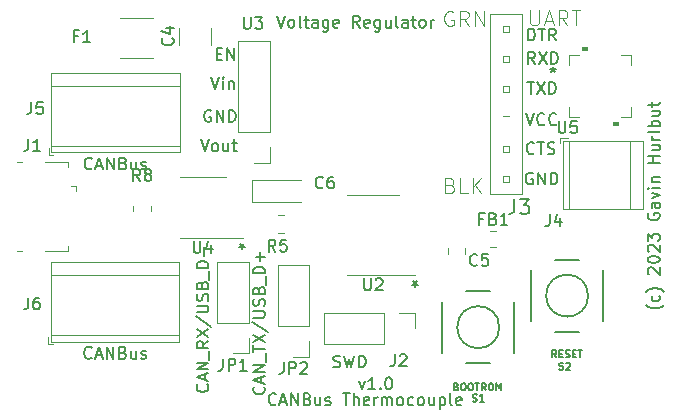
<source format=gbr>
%TF.GenerationSoftware,KiCad,Pcbnew,6.0.11-2627ca5db0~126~ubuntu22.04.1*%
%TF.CreationDate,2023-02-28T18:25:52-05:00*%
%TF.ProjectId,canbus-thermocouple,63616e62-7573-42d7-9468-65726d6f636f,1.0*%
%TF.SameCoordinates,Original*%
%TF.FileFunction,Legend,Top*%
%TF.FilePolarity,Positive*%
%FSLAX46Y46*%
G04 Gerber Fmt 4.6, Leading zero omitted, Abs format (unit mm)*
G04 Created by KiCad (PCBNEW 6.0.11-2627ca5db0~126~ubuntu22.04.1) date 2023-02-28 18:25:52*
%MOMM*%
%LPD*%
G01*
G04 APERTURE LIST*
%ADD10C,0.150000*%
%ADD11C,0.127000*%
%ADD12C,0.101600*%
%ADD13C,0.120000*%
%ADD14C,0.100000*%
%ADD15C,0.203200*%
%ADD16C,0.066040*%
G04 APERTURE END LIST*
D10*
X77052380Y-102757142D02*
X77004761Y-102804761D01*
X76861904Y-102852380D01*
X76766666Y-102852380D01*
X76623809Y-102804761D01*
X76528571Y-102709523D01*
X76480952Y-102614285D01*
X76433333Y-102423809D01*
X76433333Y-102280952D01*
X76480952Y-102090476D01*
X76528571Y-101995238D01*
X76623809Y-101900000D01*
X76766666Y-101852380D01*
X76861904Y-101852380D01*
X77004761Y-101900000D01*
X77052380Y-101947619D01*
X77433333Y-102566666D02*
X77909523Y-102566666D01*
X77338095Y-102852380D02*
X77671428Y-101852380D01*
X78004761Y-102852380D01*
X78338095Y-102852380D02*
X78338095Y-101852380D01*
X78909523Y-102852380D01*
X78909523Y-101852380D01*
X79719047Y-102328571D02*
X79861904Y-102376190D01*
X79909523Y-102423809D01*
X79957142Y-102519047D01*
X79957142Y-102661904D01*
X79909523Y-102757142D01*
X79861904Y-102804761D01*
X79766666Y-102852380D01*
X79385714Y-102852380D01*
X79385714Y-101852380D01*
X79719047Y-101852380D01*
X79814285Y-101900000D01*
X79861904Y-101947619D01*
X79909523Y-102042857D01*
X79909523Y-102138095D01*
X79861904Y-102233333D01*
X79814285Y-102280952D01*
X79719047Y-102328571D01*
X79385714Y-102328571D01*
X80814285Y-102185714D02*
X80814285Y-102852380D01*
X80385714Y-102185714D02*
X80385714Y-102709523D01*
X80433333Y-102804761D01*
X80528571Y-102852380D01*
X80671428Y-102852380D01*
X80766666Y-102804761D01*
X80814285Y-102757142D01*
X81242857Y-102804761D02*
X81338095Y-102852380D01*
X81528571Y-102852380D01*
X81623809Y-102804761D01*
X81671428Y-102709523D01*
X81671428Y-102661904D01*
X81623809Y-102566666D01*
X81528571Y-102519047D01*
X81385714Y-102519047D01*
X81290476Y-102471428D01*
X81242857Y-102376190D01*
X81242857Y-102328571D01*
X81290476Y-102233333D01*
X81385714Y-102185714D01*
X81528571Y-102185714D01*
X81623809Y-102233333D01*
X82719047Y-101852380D02*
X83290476Y-101852380D01*
X83004761Y-102852380D02*
X83004761Y-101852380D01*
X83623809Y-102852380D02*
X83623809Y-101852380D01*
X84052380Y-102852380D02*
X84052380Y-102328571D01*
X84004761Y-102233333D01*
X83909523Y-102185714D01*
X83766666Y-102185714D01*
X83671428Y-102233333D01*
X83623809Y-102280952D01*
X84909523Y-102804761D02*
X84814285Y-102852380D01*
X84623809Y-102852380D01*
X84528571Y-102804761D01*
X84480952Y-102709523D01*
X84480952Y-102328571D01*
X84528571Y-102233333D01*
X84623809Y-102185714D01*
X84814285Y-102185714D01*
X84909523Y-102233333D01*
X84957142Y-102328571D01*
X84957142Y-102423809D01*
X84480952Y-102519047D01*
X85385714Y-102852380D02*
X85385714Y-102185714D01*
X85385714Y-102376190D02*
X85433333Y-102280952D01*
X85480952Y-102233333D01*
X85576190Y-102185714D01*
X85671428Y-102185714D01*
X86004761Y-102852380D02*
X86004761Y-102185714D01*
X86004761Y-102280952D02*
X86052380Y-102233333D01*
X86147619Y-102185714D01*
X86290476Y-102185714D01*
X86385714Y-102233333D01*
X86433333Y-102328571D01*
X86433333Y-102852380D01*
X86433333Y-102328571D02*
X86480952Y-102233333D01*
X86576190Y-102185714D01*
X86719047Y-102185714D01*
X86814285Y-102233333D01*
X86861904Y-102328571D01*
X86861904Y-102852380D01*
X87480952Y-102852380D02*
X87385714Y-102804761D01*
X87338095Y-102757142D01*
X87290476Y-102661904D01*
X87290476Y-102376190D01*
X87338095Y-102280952D01*
X87385714Y-102233333D01*
X87480952Y-102185714D01*
X87623809Y-102185714D01*
X87719047Y-102233333D01*
X87766666Y-102280952D01*
X87814285Y-102376190D01*
X87814285Y-102661904D01*
X87766666Y-102757142D01*
X87719047Y-102804761D01*
X87623809Y-102852380D01*
X87480952Y-102852380D01*
X88671428Y-102804761D02*
X88576190Y-102852380D01*
X88385714Y-102852380D01*
X88290476Y-102804761D01*
X88242857Y-102757142D01*
X88195238Y-102661904D01*
X88195238Y-102376190D01*
X88242857Y-102280952D01*
X88290476Y-102233333D01*
X88385714Y-102185714D01*
X88576190Y-102185714D01*
X88671428Y-102233333D01*
X89242857Y-102852380D02*
X89147619Y-102804761D01*
X89100000Y-102757142D01*
X89052380Y-102661904D01*
X89052380Y-102376190D01*
X89100000Y-102280952D01*
X89147619Y-102233333D01*
X89242857Y-102185714D01*
X89385714Y-102185714D01*
X89480952Y-102233333D01*
X89528571Y-102280952D01*
X89576190Y-102376190D01*
X89576190Y-102661904D01*
X89528571Y-102757142D01*
X89480952Y-102804761D01*
X89385714Y-102852380D01*
X89242857Y-102852380D01*
X90433333Y-102185714D02*
X90433333Y-102852380D01*
X90004761Y-102185714D02*
X90004761Y-102709523D01*
X90052380Y-102804761D01*
X90147619Y-102852380D01*
X90290476Y-102852380D01*
X90385714Y-102804761D01*
X90433333Y-102757142D01*
X90909523Y-102185714D02*
X90909523Y-103185714D01*
X90909523Y-102233333D02*
X91004761Y-102185714D01*
X91195238Y-102185714D01*
X91290476Y-102233333D01*
X91338095Y-102280952D01*
X91385714Y-102376190D01*
X91385714Y-102661904D01*
X91338095Y-102757142D01*
X91290476Y-102804761D01*
X91195238Y-102852380D01*
X91004761Y-102852380D01*
X90909523Y-102804761D01*
X91957142Y-102852380D02*
X91861904Y-102804761D01*
X91814285Y-102709523D01*
X91814285Y-101852380D01*
X92719047Y-102804761D02*
X92623809Y-102852380D01*
X92433333Y-102852380D01*
X92338095Y-102804761D01*
X92290476Y-102709523D01*
X92290476Y-102328571D01*
X92338095Y-102233333D01*
X92433333Y-102185714D01*
X92623809Y-102185714D01*
X92719047Y-102233333D01*
X92766666Y-102328571D01*
X92766666Y-102423809D01*
X92290476Y-102519047D01*
X84071428Y-100835714D02*
X84309523Y-101502380D01*
X84547619Y-100835714D01*
X85452380Y-101502380D02*
X84880952Y-101502380D01*
X85166666Y-101502380D02*
X85166666Y-100502380D01*
X85071428Y-100645238D01*
X84976190Y-100740476D01*
X84880952Y-100788095D01*
X85880952Y-101407142D02*
X85928571Y-101454761D01*
X85880952Y-101502380D01*
X85833333Y-101454761D01*
X85880952Y-101407142D01*
X85880952Y-101502380D01*
X86547619Y-100502380D02*
X86642857Y-100502380D01*
X86738095Y-100550000D01*
X86785714Y-100597619D01*
X86833333Y-100692857D01*
X86880952Y-100883333D01*
X86880952Y-101121428D01*
X86833333Y-101311904D01*
X86785714Y-101407142D01*
X86738095Y-101454761D01*
X86642857Y-101502380D01*
X86547619Y-101502380D01*
X86452380Y-101454761D01*
X86404761Y-101407142D01*
X86357142Y-101311904D01*
X86309523Y-101121428D01*
X86309523Y-100883333D01*
X86357142Y-100692857D01*
X86404761Y-100597619D01*
X86452380Y-100550000D01*
X86547619Y-100502380D01*
X109908333Y-94380952D02*
X109860714Y-94428571D01*
X109717857Y-94523809D01*
X109622619Y-94571428D01*
X109479761Y-94619047D01*
X109241666Y-94666666D01*
X109051190Y-94666666D01*
X108813095Y-94619047D01*
X108670238Y-94571428D01*
X108575000Y-94523809D01*
X108432142Y-94428571D01*
X108384523Y-94380952D01*
X109479761Y-93571428D02*
X109527380Y-93666666D01*
X109527380Y-93857142D01*
X109479761Y-93952380D01*
X109432142Y-94000000D01*
X109336904Y-94047619D01*
X109051190Y-94047619D01*
X108955952Y-94000000D01*
X108908333Y-93952380D01*
X108860714Y-93857142D01*
X108860714Y-93666666D01*
X108908333Y-93571428D01*
X109908333Y-93238095D02*
X109860714Y-93190476D01*
X109717857Y-93095238D01*
X109622619Y-93047619D01*
X109479761Y-93000000D01*
X109241666Y-92952380D01*
X109051190Y-92952380D01*
X108813095Y-93000000D01*
X108670238Y-93047619D01*
X108575000Y-93095238D01*
X108432142Y-93190476D01*
X108384523Y-93238095D01*
X108622619Y-91761904D02*
X108575000Y-91714285D01*
X108527380Y-91619047D01*
X108527380Y-91380952D01*
X108575000Y-91285714D01*
X108622619Y-91238095D01*
X108717857Y-91190476D01*
X108813095Y-91190476D01*
X108955952Y-91238095D01*
X109527380Y-91809523D01*
X109527380Y-91190476D01*
X108527380Y-90571428D02*
X108527380Y-90476190D01*
X108575000Y-90380952D01*
X108622619Y-90333333D01*
X108717857Y-90285714D01*
X108908333Y-90238095D01*
X109146428Y-90238095D01*
X109336904Y-90285714D01*
X109432142Y-90333333D01*
X109479761Y-90380952D01*
X109527380Y-90476190D01*
X109527380Y-90571428D01*
X109479761Y-90666666D01*
X109432142Y-90714285D01*
X109336904Y-90761904D01*
X109146428Y-90809523D01*
X108908333Y-90809523D01*
X108717857Y-90761904D01*
X108622619Y-90714285D01*
X108575000Y-90666666D01*
X108527380Y-90571428D01*
X108622619Y-89857142D02*
X108575000Y-89809523D01*
X108527380Y-89714285D01*
X108527380Y-89476190D01*
X108575000Y-89380952D01*
X108622619Y-89333333D01*
X108717857Y-89285714D01*
X108813095Y-89285714D01*
X108955952Y-89333333D01*
X109527380Y-89904761D01*
X109527380Y-89285714D01*
X108527380Y-88952380D02*
X108527380Y-88333333D01*
X108908333Y-88666666D01*
X108908333Y-88523809D01*
X108955952Y-88428571D01*
X109003571Y-88380952D01*
X109098809Y-88333333D01*
X109336904Y-88333333D01*
X109432142Y-88380952D01*
X109479761Y-88428571D01*
X109527380Y-88523809D01*
X109527380Y-88809523D01*
X109479761Y-88904761D01*
X109432142Y-88952380D01*
X108575000Y-86619047D02*
X108527380Y-86714285D01*
X108527380Y-86857142D01*
X108575000Y-87000000D01*
X108670238Y-87095238D01*
X108765476Y-87142857D01*
X108955952Y-87190476D01*
X109098809Y-87190476D01*
X109289285Y-87142857D01*
X109384523Y-87095238D01*
X109479761Y-87000000D01*
X109527380Y-86857142D01*
X109527380Y-86761904D01*
X109479761Y-86619047D01*
X109432142Y-86571428D01*
X109098809Y-86571428D01*
X109098809Y-86761904D01*
X109527380Y-85714285D02*
X109003571Y-85714285D01*
X108908333Y-85761904D01*
X108860714Y-85857142D01*
X108860714Y-86047619D01*
X108908333Y-86142857D01*
X109479761Y-85714285D02*
X109527380Y-85809523D01*
X109527380Y-86047619D01*
X109479761Y-86142857D01*
X109384523Y-86190476D01*
X109289285Y-86190476D01*
X109194047Y-86142857D01*
X109146428Y-86047619D01*
X109146428Y-85809523D01*
X109098809Y-85714285D01*
X108860714Y-85333333D02*
X109527380Y-85095238D01*
X108860714Y-84857142D01*
X109527380Y-84476190D02*
X108860714Y-84476190D01*
X108527380Y-84476190D02*
X108575000Y-84523809D01*
X108622619Y-84476190D01*
X108575000Y-84428571D01*
X108527380Y-84476190D01*
X108622619Y-84476190D01*
X108860714Y-84000000D02*
X109527380Y-84000000D01*
X108955952Y-84000000D02*
X108908333Y-83952380D01*
X108860714Y-83857142D01*
X108860714Y-83714285D01*
X108908333Y-83619047D01*
X109003571Y-83571428D01*
X109527380Y-83571428D01*
X109527380Y-82333333D02*
X108527380Y-82333333D01*
X109003571Y-82333333D02*
X109003571Y-81761904D01*
X109527380Y-81761904D02*
X108527380Y-81761904D01*
X108860714Y-80857142D02*
X109527380Y-80857142D01*
X108860714Y-81285714D02*
X109384523Y-81285714D01*
X109479761Y-81238095D01*
X109527380Y-81142857D01*
X109527380Y-81000000D01*
X109479761Y-80904761D01*
X109432142Y-80857142D01*
X109527380Y-80380952D02*
X108860714Y-80380952D01*
X109051190Y-80380952D02*
X108955952Y-80333333D01*
X108908333Y-80285714D01*
X108860714Y-80190476D01*
X108860714Y-80095238D01*
X109527380Y-79619047D02*
X109479761Y-79714285D01*
X109384523Y-79761904D01*
X108527380Y-79761904D01*
X109527380Y-79238095D02*
X108527380Y-79238095D01*
X108908333Y-79238095D02*
X108860714Y-79142857D01*
X108860714Y-78952380D01*
X108908333Y-78857142D01*
X108955952Y-78809523D01*
X109051190Y-78761904D01*
X109336904Y-78761904D01*
X109432142Y-78809523D01*
X109479761Y-78857142D01*
X109527380Y-78952380D01*
X109527380Y-79142857D01*
X109479761Y-79238095D01*
X108860714Y-77904761D02*
X109527380Y-77904761D01*
X108860714Y-78333333D02*
X109384523Y-78333333D01*
X109479761Y-78285714D01*
X109527380Y-78190476D01*
X109527380Y-78047619D01*
X109479761Y-77952380D01*
X109432142Y-77904761D01*
X108860714Y-77571428D02*
X108860714Y-77190476D01*
X108527380Y-77428571D02*
X109384523Y-77428571D01*
X109479761Y-77380952D01*
X109527380Y-77285714D01*
X109527380Y-77190476D01*
%TO.C,U3*%
X74338095Y-69977380D02*
X74338095Y-70786904D01*
X74385714Y-70882142D01*
X74433333Y-70929761D01*
X74528571Y-70977380D01*
X74719047Y-70977380D01*
X74814285Y-70929761D01*
X74861904Y-70882142D01*
X74909523Y-70786904D01*
X74909523Y-69977380D01*
X75290476Y-69977380D02*
X75909523Y-69977380D01*
X75576190Y-70358333D01*
X75719047Y-70358333D01*
X75814285Y-70405952D01*
X75861904Y-70453571D01*
X75909523Y-70548809D01*
X75909523Y-70786904D01*
X75861904Y-70882142D01*
X75814285Y-70929761D01*
X75719047Y-70977380D01*
X75433333Y-70977380D01*
X75338095Y-70929761D01*
X75290476Y-70882142D01*
X77141942Y-69884780D02*
X77475276Y-70884780D01*
X77808609Y-69884780D01*
X78284800Y-70884780D02*
X78189561Y-70837161D01*
X78141942Y-70789542D01*
X78094323Y-70694304D01*
X78094323Y-70408590D01*
X78141942Y-70313352D01*
X78189561Y-70265733D01*
X78284800Y-70218114D01*
X78427657Y-70218114D01*
X78522895Y-70265733D01*
X78570514Y-70313352D01*
X78618133Y-70408590D01*
X78618133Y-70694304D01*
X78570514Y-70789542D01*
X78522895Y-70837161D01*
X78427657Y-70884780D01*
X78284800Y-70884780D01*
X79189561Y-70884780D02*
X79094323Y-70837161D01*
X79046704Y-70741923D01*
X79046704Y-69884780D01*
X79427657Y-70218114D02*
X79808609Y-70218114D01*
X79570514Y-69884780D02*
X79570514Y-70741923D01*
X79618133Y-70837161D01*
X79713371Y-70884780D01*
X79808609Y-70884780D01*
X80570514Y-70884780D02*
X80570514Y-70360971D01*
X80522895Y-70265733D01*
X80427657Y-70218114D01*
X80237180Y-70218114D01*
X80141942Y-70265733D01*
X80570514Y-70837161D02*
X80475276Y-70884780D01*
X80237180Y-70884780D01*
X80141942Y-70837161D01*
X80094323Y-70741923D01*
X80094323Y-70646685D01*
X80141942Y-70551447D01*
X80237180Y-70503828D01*
X80475276Y-70503828D01*
X80570514Y-70456209D01*
X81475276Y-70218114D02*
X81475276Y-71027638D01*
X81427657Y-71122876D01*
X81380038Y-71170495D01*
X81284800Y-71218114D01*
X81141942Y-71218114D01*
X81046704Y-71170495D01*
X81475276Y-70837161D02*
X81380038Y-70884780D01*
X81189561Y-70884780D01*
X81094323Y-70837161D01*
X81046704Y-70789542D01*
X80999085Y-70694304D01*
X80999085Y-70408590D01*
X81046704Y-70313352D01*
X81094323Y-70265733D01*
X81189561Y-70218114D01*
X81380038Y-70218114D01*
X81475276Y-70265733D01*
X82332419Y-70837161D02*
X82237180Y-70884780D01*
X82046704Y-70884780D01*
X81951466Y-70837161D01*
X81903847Y-70741923D01*
X81903847Y-70360971D01*
X81951466Y-70265733D01*
X82046704Y-70218114D01*
X82237180Y-70218114D01*
X82332419Y-70265733D01*
X82380038Y-70360971D01*
X82380038Y-70456209D01*
X81903847Y-70551447D01*
X84141942Y-70884780D02*
X83808609Y-70408590D01*
X83570514Y-70884780D02*
X83570514Y-69884780D01*
X83951466Y-69884780D01*
X84046704Y-69932400D01*
X84094323Y-69980019D01*
X84141942Y-70075257D01*
X84141942Y-70218114D01*
X84094323Y-70313352D01*
X84046704Y-70360971D01*
X83951466Y-70408590D01*
X83570514Y-70408590D01*
X84951466Y-70837161D02*
X84856228Y-70884780D01*
X84665752Y-70884780D01*
X84570514Y-70837161D01*
X84522895Y-70741923D01*
X84522895Y-70360971D01*
X84570514Y-70265733D01*
X84665752Y-70218114D01*
X84856228Y-70218114D01*
X84951466Y-70265733D01*
X84999085Y-70360971D01*
X84999085Y-70456209D01*
X84522895Y-70551447D01*
X85856228Y-70218114D02*
X85856228Y-71027638D01*
X85808609Y-71122876D01*
X85760990Y-71170495D01*
X85665752Y-71218114D01*
X85522895Y-71218114D01*
X85427657Y-71170495D01*
X85856228Y-70837161D02*
X85760990Y-70884780D01*
X85570514Y-70884780D01*
X85475276Y-70837161D01*
X85427657Y-70789542D01*
X85380038Y-70694304D01*
X85380038Y-70408590D01*
X85427657Y-70313352D01*
X85475276Y-70265733D01*
X85570514Y-70218114D01*
X85760990Y-70218114D01*
X85856228Y-70265733D01*
X86760990Y-70218114D02*
X86760990Y-70884780D01*
X86332419Y-70218114D02*
X86332419Y-70741923D01*
X86380038Y-70837161D01*
X86475276Y-70884780D01*
X86618133Y-70884780D01*
X86713371Y-70837161D01*
X86760990Y-70789542D01*
X87380038Y-70884780D02*
X87284800Y-70837161D01*
X87237180Y-70741923D01*
X87237180Y-69884780D01*
X88189561Y-70884780D02*
X88189561Y-70360971D01*
X88141942Y-70265733D01*
X88046704Y-70218114D01*
X87856228Y-70218114D01*
X87760990Y-70265733D01*
X88189561Y-70837161D02*
X88094323Y-70884780D01*
X87856228Y-70884780D01*
X87760990Y-70837161D01*
X87713371Y-70741923D01*
X87713371Y-70646685D01*
X87760990Y-70551447D01*
X87856228Y-70503828D01*
X88094323Y-70503828D01*
X88189561Y-70456209D01*
X88522895Y-70218114D02*
X88903847Y-70218114D01*
X88665752Y-69884780D02*
X88665752Y-70741923D01*
X88713371Y-70837161D01*
X88808609Y-70884780D01*
X88903847Y-70884780D01*
X89380038Y-70884780D02*
X89284800Y-70837161D01*
X89237180Y-70789542D01*
X89189561Y-70694304D01*
X89189561Y-70408590D01*
X89237180Y-70313352D01*
X89284800Y-70265733D01*
X89380038Y-70218114D01*
X89522895Y-70218114D01*
X89618133Y-70265733D01*
X89665752Y-70313352D01*
X89713371Y-70408590D01*
X89713371Y-70694304D01*
X89665752Y-70789542D01*
X89618133Y-70837161D01*
X89522895Y-70884780D01*
X89380038Y-70884780D01*
X90141942Y-70884780D02*
X90141942Y-70218114D01*
X90141942Y-70408590D02*
X90189561Y-70313352D01*
X90237180Y-70265733D01*
X90332419Y-70218114D01*
X90427657Y-70218114D01*
X72023104Y-73078771D02*
X72356438Y-73078771D01*
X72499295Y-73602580D02*
X72023104Y-73602580D01*
X72023104Y-72602580D01*
X72499295Y-72602580D01*
X72927866Y-73602580D02*
X72927866Y-72602580D01*
X73499295Y-73602580D01*
X73499295Y-72602580D01*
X71542095Y-77908000D02*
X71446857Y-77860380D01*
X71304000Y-77860380D01*
X71161142Y-77908000D01*
X71065904Y-78003238D01*
X71018285Y-78098476D01*
X70970666Y-78288952D01*
X70970666Y-78431809D01*
X71018285Y-78622285D01*
X71065904Y-78717523D01*
X71161142Y-78812761D01*
X71304000Y-78860380D01*
X71399238Y-78860380D01*
X71542095Y-78812761D01*
X71589714Y-78765142D01*
X71589714Y-78431809D01*
X71399238Y-78431809D01*
X72018285Y-78860380D02*
X72018285Y-77860380D01*
X72589714Y-78860380D01*
X72589714Y-77860380D01*
X73065904Y-78860380D02*
X73065904Y-77860380D01*
X73304000Y-77860380D01*
X73446857Y-77908000D01*
X73542095Y-78003238D01*
X73589714Y-78098476D01*
X73637333Y-78288952D01*
X73637333Y-78431809D01*
X73589714Y-78622285D01*
X73542095Y-78717523D01*
X73446857Y-78812761D01*
X73304000Y-78860380D01*
X73065904Y-78860380D01*
X70673490Y-80354980D02*
X71006823Y-81354980D01*
X71340157Y-80354980D01*
X71816347Y-81354980D02*
X71721109Y-81307361D01*
X71673490Y-81259742D01*
X71625871Y-81164504D01*
X71625871Y-80878790D01*
X71673490Y-80783552D01*
X71721109Y-80735933D01*
X71816347Y-80688314D01*
X71959204Y-80688314D01*
X72054442Y-80735933D01*
X72102061Y-80783552D01*
X72149680Y-80878790D01*
X72149680Y-81164504D01*
X72102061Y-81259742D01*
X72054442Y-81307361D01*
X71959204Y-81354980D01*
X71816347Y-81354980D01*
X73006823Y-80688314D02*
X73006823Y-81354980D01*
X72578252Y-80688314D02*
X72578252Y-81212123D01*
X72625871Y-81307361D01*
X72721109Y-81354980D01*
X72863966Y-81354980D01*
X72959204Y-81307361D01*
X73006823Y-81259742D01*
X73340157Y-80688314D02*
X73721109Y-80688314D01*
X73483014Y-80354980D02*
X73483014Y-81212123D01*
X73530633Y-81307361D01*
X73625871Y-81354980D01*
X73721109Y-81354980D01*
X71573490Y-75104980D02*
X71906823Y-76104980D01*
X72240157Y-75104980D01*
X72573490Y-76104980D02*
X72573490Y-75438314D01*
X72573490Y-75104980D02*
X72525871Y-75152600D01*
X72573490Y-75200219D01*
X72621109Y-75152600D01*
X72573490Y-75104980D01*
X72573490Y-75200219D01*
X73049680Y-75438314D02*
X73049680Y-76104980D01*
X73049680Y-75533552D02*
X73097300Y-75485933D01*
X73192538Y-75438314D01*
X73335395Y-75438314D01*
X73430633Y-75485933D01*
X73478252Y-75581171D01*
X73478252Y-76104980D01*
%TO.C,J4*%
X100216666Y-86702380D02*
X100216666Y-87416666D01*
X100169047Y-87559523D01*
X100073809Y-87654761D01*
X99930952Y-87702380D01*
X99835714Y-87702380D01*
X101121428Y-87035714D02*
X101121428Y-87702380D01*
X100883333Y-86654761D02*
X100645238Y-87369047D01*
X101264285Y-87369047D01*
%TO.C,U5*%
X100988095Y-78802380D02*
X100988095Y-79611904D01*
X101035714Y-79707142D01*
X101083333Y-79754761D01*
X101178571Y-79802380D01*
X101369047Y-79802380D01*
X101464285Y-79754761D01*
X101511904Y-79707142D01*
X101559523Y-79611904D01*
X101559523Y-78802380D01*
X102511904Y-78802380D02*
X102035714Y-78802380D01*
X101988095Y-79278571D01*
X102035714Y-79230952D01*
X102130952Y-79183333D01*
X102369047Y-79183333D01*
X102464285Y-79230952D01*
X102511904Y-79278571D01*
X102559523Y-79373809D01*
X102559523Y-79611904D01*
X102511904Y-79707142D01*
X102464285Y-79754761D01*
X102369047Y-79802380D01*
X102130952Y-79802380D01*
X102035714Y-79754761D01*
X101988095Y-79707142D01*
X100500000Y-74252380D02*
X100500000Y-74490476D01*
X100261904Y-74395238D02*
X100500000Y-74490476D01*
X100738095Y-74395238D01*
X100357142Y-74680952D02*
X100500000Y-74490476D01*
X100642857Y-74680952D01*
X100500000Y-74252380D02*
X100500000Y-74490476D01*
X100261904Y-74395238D02*
X100500000Y-74490476D01*
X100738095Y-74395238D01*
X100357142Y-74680952D02*
X100500000Y-74490476D01*
X100642857Y-74680952D01*
%TO.C,JP1*%
X72566666Y-98922380D02*
X72566666Y-99636666D01*
X72519047Y-99779523D01*
X72423809Y-99874761D01*
X72280952Y-99922380D01*
X72185714Y-99922380D01*
X73042857Y-99922380D02*
X73042857Y-98922380D01*
X73423809Y-98922380D01*
X73519047Y-98970000D01*
X73566666Y-99017619D01*
X73614285Y-99112857D01*
X73614285Y-99255714D01*
X73566666Y-99350952D01*
X73519047Y-99398571D01*
X73423809Y-99446190D01*
X73042857Y-99446190D01*
X74566666Y-99922380D02*
X73995238Y-99922380D01*
X74280952Y-99922380D02*
X74280952Y-98922380D01*
X74185714Y-99065238D01*
X74090476Y-99160476D01*
X73995238Y-99208095D01*
X71232142Y-101098809D02*
X71279761Y-101146428D01*
X71327380Y-101289285D01*
X71327380Y-101384523D01*
X71279761Y-101527380D01*
X71184523Y-101622619D01*
X71089285Y-101670238D01*
X70898809Y-101717857D01*
X70755952Y-101717857D01*
X70565476Y-101670238D01*
X70470238Y-101622619D01*
X70375000Y-101527380D01*
X70327380Y-101384523D01*
X70327380Y-101289285D01*
X70375000Y-101146428D01*
X70422619Y-101098809D01*
X71041666Y-100717857D02*
X71041666Y-100241666D01*
X71327380Y-100813095D02*
X70327380Y-100479761D01*
X71327380Y-100146428D01*
X71327380Y-99813095D02*
X70327380Y-99813095D01*
X71327380Y-99241666D01*
X70327380Y-99241666D01*
X71422619Y-99003571D02*
X71422619Y-98241666D01*
X71327380Y-97432142D02*
X70851190Y-97765476D01*
X71327380Y-98003571D02*
X70327380Y-98003571D01*
X70327380Y-97622619D01*
X70375000Y-97527380D01*
X70422619Y-97479761D01*
X70517857Y-97432142D01*
X70660714Y-97432142D01*
X70755952Y-97479761D01*
X70803571Y-97527380D01*
X70851190Y-97622619D01*
X70851190Y-98003571D01*
X70327380Y-97098809D02*
X71327380Y-96432142D01*
X70327380Y-96432142D02*
X71327380Y-97098809D01*
X70279761Y-95336904D02*
X71565476Y-96194047D01*
X70327380Y-95003571D02*
X71136904Y-95003571D01*
X71232142Y-94955952D01*
X71279761Y-94908333D01*
X71327380Y-94813095D01*
X71327380Y-94622619D01*
X71279761Y-94527380D01*
X71232142Y-94479761D01*
X71136904Y-94432142D01*
X70327380Y-94432142D01*
X71279761Y-94003571D02*
X71327380Y-93860714D01*
X71327380Y-93622619D01*
X71279761Y-93527380D01*
X71232142Y-93479761D01*
X71136904Y-93432142D01*
X71041666Y-93432142D01*
X70946428Y-93479761D01*
X70898809Y-93527380D01*
X70851190Y-93622619D01*
X70803571Y-93813095D01*
X70755952Y-93908333D01*
X70708333Y-93955952D01*
X70613095Y-94003571D01*
X70517857Y-94003571D01*
X70422619Y-93955952D01*
X70375000Y-93908333D01*
X70327380Y-93813095D01*
X70327380Y-93575000D01*
X70375000Y-93432142D01*
X70803571Y-92670238D02*
X70851190Y-92527380D01*
X70898809Y-92479761D01*
X70994047Y-92432142D01*
X71136904Y-92432142D01*
X71232142Y-92479761D01*
X71279761Y-92527380D01*
X71327380Y-92622619D01*
X71327380Y-93003571D01*
X70327380Y-93003571D01*
X70327380Y-92670238D01*
X70375000Y-92575000D01*
X70422619Y-92527380D01*
X70517857Y-92479761D01*
X70613095Y-92479761D01*
X70708333Y-92527380D01*
X70755952Y-92575000D01*
X70803571Y-92670238D01*
X70803571Y-93003571D01*
X71422619Y-92241666D02*
X71422619Y-91479761D01*
X71327380Y-91241666D02*
X70327380Y-91241666D01*
X70327380Y-91003571D01*
X70375000Y-90860714D01*
X70470238Y-90765476D01*
X70565476Y-90717857D01*
X70755952Y-90670238D01*
X70898809Y-90670238D01*
X71089285Y-90717857D01*
X71184523Y-90765476D01*
X71279761Y-90860714D01*
X71327380Y-91003571D01*
X71327380Y-91241666D01*
X70946428Y-90241666D02*
X70946428Y-89479761D01*
%TO.C,J6*%
X56066666Y-93752380D02*
X56066666Y-94466666D01*
X56019047Y-94609523D01*
X55923809Y-94704761D01*
X55780952Y-94752380D01*
X55685714Y-94752380D01*
X56971428Y-93752380D02*
X56780952Y-93752380D01*
X56685714Y-93800000D01*
X56638095Y-93847619D01*
X56542857Y-93990476D01*
X56495238Y-94180952D01*
X56495238Y-94561904D01*
X56542857Y-94657142D01*
X56590476Y-94704761D01*
X56685714Y-94752380D01*
X56876190Y-94752380D01*
X56971428Y-94704761D01*
X57019047Y-94657142D01*
X57066666Y-94561904D01*
X57066666Y-94323809D01*
X57019047Y-94228571D01*
X56971428Y-94180952D01*
X56876190Y-94133333D01*
X56685714Y-94133333D01*
X56590476Y-94180952D01*
X56542857Y-94228571D01*
X56495238Y-94323809D01*
X61435000Y-98827142D02*
X61387380Y-98874761D01*
X61244523Y-98922380D01*
X61149285Y-98922380D01*
X61006428Y-98874761D01*
X60911190Y-98779523D01*
X60863571Y-98684285D01*
X60815952Y-98493809D01*
X60815952Y-98350952D01*
X60863571Y-98160476D01*
X60911190Y-98065238D01*
X61006428Y-97970000D01*
X61149285Y-97922380D01*
X61244523Y-97922380D01*
X61387380Y-97970000D01*
X61435000Y-98017619D01*
X61815952Y-98636666D02*
X62292142Y-98636666D01*
X61720714Y-98922380D02*
X62054047Y-97922380D01*
X62387380Y-98922380D01*
X62720714Y-98922380D02*
X62720714Y-97922380D01*
X63292142Y-98922380D01*
X63292142Y-97922380D01*
X64101666Y-98398571D02*
X64244523Y-98446190D01*
X64292142Y-98493809D01*
X64339761Y-98589047D01*
X64339761Y-98731904D01*
X64292142Y-98827142D01*
X64244523Y-98874761D01*
X64149285Y-98922380D01*
X63768333Y-98922380D01*
X63768333Y-97922380D01*
X64101666Y-97922380D01*
X64196904Y-97970000D01*
X64244523Y-98017619D01*
X64292142Y-98112857D01*
X64292142Y-98208095D01*
X64244523Y-98303333D01*
X64196904Y-98350952D01*
X64101666Y-98398571D01*
X63768333Y-98398571D01*
X65196904Y-98255714D02*
X65196904Y-98922380D01*
X64768333Y-98255714D02*
X64768333Y-98779523D01*
X64815952Y-98874761D01*
X64911190Y-98922380D01*
X65054047Y-98922380D01*
X65149285Y-98874761D01*
X65196904Y-98827142D01*
X65625476Y-98874761D02*
X65720714Y-98922380D01*
X65911190Y-98922380D01*
X66006428Y-98874761D01*
X66054047Y-98779523D01*
X66054047Y-98731904D01*
X66006428Y-98636666D01*
X65911190Y-98589047D01*
X65768333Y-98589047D01*
X65673095Y-98541428D01*
X65625476Y-98446190D01*
X65625476Y-98398571D01*
X65673095Y-98303333D01*
X65768333Y-98255714D01*
X65911190Y-98255714D01*
X66006428Y-98303333D01*
%TO.C,J2*%
X87116666Y-98552380D02*
X87116666Y-99266666D01*
X87069047Y-99409523D01*
X86973809Y-99504761D01*
X86830952Y-99552380D01*
X86735714Y-99552380D01*
X87545238Y-98647619D02*
X87592857Y-98600000D01*
X87688095Y-98552380D01*
X87926190Y-98552380D01*
X88021428Y-98600000D01*
X88069047Y-98647619D01*
X88116666Y-98742857D01*
X88116666Y-98838095D01*
X88069047Y-98980952D01*
X87497619Y-99552380D01*
X88116666Y-99552380D01*
X81917857Y-99604761D02*
X82060714Y-99652380D01*
X82298809Y-99652380D01*
X82394047Y-99604761D01*
X82441666Y-99557142D01*
X82489285Y-99461904D01*
X82489285Y-99366666D01*
X82441666Y-99271428D01*
X82394047Y-99223809D01*
X82298809Y-99176190D01*
X82108333Y-99128571D01*
X82013095Y-99080952D01*
X81965476Y-99033333D01*
X81917857Y-98938095D01*
X81917857Y-98842857D01*
X81965476Y-98747619D01*
X82013095Y-98700000D01*
X82108333Y-98652380D01*
X82346428Y-98652380D01*
X82489285Y-98700000D01*
X82822619Y-98652380D02*
X83060714Y-99652380D01*
X83251190Y-98938095D01*
X83441666Y-99652380D01*
X83679761Y-98652380D01*
X84060714Y-99652380D02*
X84060714Y-98652380D01*
X84298809Y-98652380D01*
X84441666Y-98700000D01*
X84536904Y-98795238D01*
X84584523Y-98890476D01*
X84632142Y-99080952D01*
X84632142Y-99223809D01*
X84584523Y-99414285D01*
X84536904Y-99509523D01*
X84441666Y-99604761D01*
X84298809Y-99652380D01*
X84060714Y-99652380D01*
%TO.C,R8*%
X65558333Y-83852380D02*
X65225000Y-83376190D01*
X64986904Y-83852380D02*
X64986904Y-82852380D01*
X65367857Y-82852380D01*
X65463095Y-82900000D01*
X65510714Y-82947619D01*
X65558333Y-83042857D01*
X65558333Y-83185714D01*
X65510714Y-83280952D01*
X65463095Y-83328571D01*
X65367857Y-83376190D01*
X64986904Y-83376190D01*
X66129761Y-83280952D02*
X66034523Y-83233333D01*
X65986904Y-83185714D01*
X65939285Y-83090476D01*
X65939285Y-83042857D01*
X65986904Y-82947619D01*
X66034523Y-82900000D01*
X66129761Y-82852380D01*
X66320238Y-82852380D01*
X66415476Y-82900000D01*
X66463095Y-82947619D01*
X66510714Y-83042857D01*
X66510714Y-83090476D01*
X66463095Y-83185714D01*
X66415476Y-83233333D01*
X66320238Y-83280952D01*
X66129761Y-83280952D01*
X66034523Y-83328571D01*
X65986904Y-83376190D01*
X65939285Y-83471428D01*
X65939285Y-83661904D01*
X65986904Y-83757142D01*
X66034523Y-83804761D01*
X66129761Y-83852380D01*
X66320238Y-83852380D01*
X66415476Y-83804761D01*
X66463095Y-83757142D01*
X66510714Y-83661904D01*
X66510714Y-83471428D01*
X66463095Y-83376190D01*
X66415476Y-83328571D01*
X66320238Y-83280952D01*
%TO.C,C5*%
X94083333Y-90957142D02*
X94035714Y-91004761D01*
X93892857Y-91052380D01*
X93797619Y-91052380D01*
X93654761Y-91004761D01*
X93559523Y-90909523D01*
X93511904Y-90814285D01*
X93464285Y-90623809D01*
X93464285Y-90480952D01*
X93511904Y-90290476D01*
X93559523Y-90195238D01*
X93654761Y-90100000D01*
X93797619Y-90052380D01*
X93892857Y-90052380D01*
X94035714Y-90100000D01*
X94083333Y-90147619D01*
X94988095Y-90052380D02*
X94511904Y-90052380D01*
X94464285Y-90528571D01*
X94511904Y-90480952D01*
X94607142Y-90433333D01*
X94845238Y-90433333D01*
X94940476Y-90480952D01*
X94988095Y-90528571D01*
X95035714Y-90623809D01*
X95035714Y-90861904D01*
X94988095Y-90957142D01*
X94940476Y-91004761D01*
X94845238Y-91052380D01*
X94607142Y-91052380D01*
X94511904Y-91004761D01*
X94464285Y-90957142D01*
D11*
%TO.C,S1*%
X93710542Y-102521742D02*
X93797628Y-102550771D01*
X93942771Y-102550771D01*
X94000828Y-102521742D01*
X94029857Y-102492714D01*
X94058885Y-102434657D01*
X94058885Y-102376600D01*
X94029857Y-102318542D01*
X94000828Y-102289514D01*
X93942771Y-102260485D01*
X93826657Y-102231457D01*
X93768600Y-102202428D01*
X93739571Y-102173400D01*
X93710542Y-102115342D01*
X93710542Y-102057285D01*
X93739571Y-101999228D01*
X93768600Y-101970200D01*
X93826657Y-101941171D01*
X93971800Y-101941171D01*
X94058885Y-101970200D01*
X94639457Y-102550771D02*
X94291114Y-102550771D01*
X94465285Y-102550771D02*
X94465285Y-101941171D01*
X94407228Y-102028257D01*
X94349171Y-102086314D01*
X94291114Y-102115342D01*
X92325228Y-101281457D02*
X92412314Y-101310485D01*
X92441342Y-101339514D01*
X92470371Y-101397571D01*
X92470371Y-101484657D01*
X92441342Y-101542714D01*
X92412314Y-101571742D01*
X92354257Y-101600771D01*
X92122028Y-101600771D01*
X92122028Y-100991171D01*
X92325228Y-100991171D01*
X92383285Y-101020200D01*
X92412314Y-101049228D01*
X92441342Y-101107285D01*
X92441342Y-101165342D01*
X92412314Y-101223400D01*
X92383285Y-101252428D01*
X92325228Y-101281457D01*
X92122028Y-101281457D01*
X92847742Y-100991171D02*
X92963857Y-100991171D01*
X93021914Y-101020200D01*
X93079971Y-101078257D01*
X93109000Y-101194371D01*
X93109000Y-101397571D01*
X93079971Y-101513685D01*
X93021914Y-101571742D01*
X92963857Y-101600771D01*
X92847742Y-101600771D01*
X92789685Y-101571742D01*
X92731628Y-101513685D01*
X92702600Y-101397571D01*
X92702600Y-101194371D01*
X92731628Y-101078257D01*
X92789685Y-101020200D01*
X92847742Y-100991171D01*
X93486371Y-100991171D02*
X93602485Y-100991171D01*
X93660542Y-101020200D01*
X93718600Y-101078257D01*
X93747628Y-101194371D01*
X93747628Y-101397571D01*
X93718600Y-101513685D01*
X93660542Y-101571742D01*
X93602485Y-101600771D01*
X93486371Y-101600771D01*
X93428314Y-101571742D01*
X93370257Y-101513685D01*
X93341228Y-101397571D01*
X93341228Y-101194371D01*
X93370257Y-101078257D01*
X93428314Y-101020200D01*
X93486371Y-100991171D01*
X93921800Y-100991171D02*
X94270142Y-100991171D01*
X94095971Y-101600771D02*
X94095971Y-100991171D01*
X94821685Y-101600771D02*
X94618485Y-101310485D01*
X94473342Y-101600771D02*
X94473342Y-100991171D01*
X94705571Y-100991171D01*
X94763628Y-101020200D01*
X94792657Y-101049228D01*
X94821685Y-101107285D01*
X94821685Y-101194371D01*
X94792657Y-101252428D01*
X94763628Y-101281457D01*
X94705571Y-101310485D01*
X94473342Y-101310485D01*
X95199057Y-100991171D02*
X95315171Y-100991171D01*
X95373228Y-101020200D01*
X95431285Y-101078257D01*
X95460314Y-101194371D01*
X95460314Y-101397571D01*
X95431285Y-101513685D01*
X95373228Y-101571742D01*
X95315171Y-101600771D01*
X95199057Y-101600771D01*
X95141000Y-101571742D01*
X95082942Y-101513685D01*
X95053914Y-101397571D01*
X95053914Y-101194371D01*
X95082942Y-101078257D01*
X95141000Y-101020200D01*
X95199057Y-100991171D01*
X95721571Y-101600771D02*
X95721571Y-100991171D01*
X95924771Y-101426600D01*
X96127971Y-100991171D01*
X96127971Y-101600771D01*
D10*
%TO.C,R5*%
X77008333Y-89852380D02*
X76675000Y-89376190D01*
X76436904Y-89852380D02*
X76436904Y-88852380D01*
X76817857Y-88852380D01*
X76913095Y-88900000D01*
X76960714Y-88947619D01*
X77008333Y-89042857D01*
X77008333Y-89185714D01*
X76960714Y-89280952D01*
X76913095Y-89328571D01*
X76817857Y-89376190D01*
X76436904Y-89376190D01*
X77913095Y-88852380D02*
X77436904Y-88852380D01*
X77389285Y-89328571D01*
X77436904Y-89280952D01*
X77532142Y-89233333D01*
X77770238Y-89233333D01*
X77865476Y-89280952D01*
X77913095Y-89328571D01*
X77960714Y-89423809D01*
X77960714Y-89661904D01*
X77913095Y-89757142D01*
X77865476Y-89804761D01*
X77770238Y-89852380D01*
X77532142Y-89852380D01*
X77436904Y-89804761D01*
X77389285Y-89757142D01*
D11*
%TO.C,J3*%
X97226666Y-85404523D02*
X97226666Y-86311666D01*
X97166190Y-86493095D01*
X97045238Y-86614047D01*
X96863809Y-86674523D01*
X96742857Y-86674523D01*
X97710476Y-85404523D02*
X98496666Y-85404523D01*
X98073333Y-85888333D01*
X98254761Y-85888333D01*
X98375714Y-85948809D01*
X98436190Y-86009285D01*
X98496666Y-86130238D01*
X98496666Y-86432619D01*
X98436190Y-86553571D01*
X98375714Y-86614047D01*
X98254761Y-86674523D01*
X97891904Y-86674523D01*
X97770952Y-86614047D01*
X97710476Y-86553571D01*
D12*
X98574047Y-69429523D02*
X98574047Y-70457619D01*
X98634523Y-70578571D01*
X98695000Y-70639047D01*
X98815952Y-70699523D01*
X99057857Y-70699523D01*
X99178809Y-70639047D01*
X99239285Y-70578571D01*
X99299761Y-70457619D01*
X99299761Y-69429523D01*
X99844047Y-70336666D02*
X100448809Y-70336666D01*
X99723095Y-70699523D02*
X100146428Y-69429523D01*
X100569761Y-70699523D01*
X101718809Y-70699523D02*
X101295476Y-70094761D01*
X100993095Y-70699523D02*
X100993095Y-69429523D01*
X101476904Y-69429523D01*
X101597857Y-69490000D01*
X101658333Y-69550476D01*
X101718809Y-69671428D01*
X101718809Y-69852857D01*
X101658333Y-69973809D01*
X101597857Y-70034285D01*
X101476904Y-70094761D01*
X100993095Y-70094761D01*
X102081666Y-69429523D02*
X102807380Y-69429523D01*
X102444523Y-70699523D02*
X102444523Y-69429523D01*
X91816666Y-84234285D02*
X91998095Y-84294761D01*
X92058571Y-84355238D01*
X92119047Y-84476190D01*
X92119047Y-84657619D01*
X92058571Y-84778571D01*
X91998095Y-84839047D01*
X91877142Y-84899523D01*
X91393333Y-84899523D01*
X91393333Y-83629523D01*
X91816666Y-83629523D01*
X91937619Y-83690000D01*
X91998095Y-83750476D01*
X92058571Y-83871428D01*
X92058571Y-83992380D01*
X91998095Y-84113333D01*
X91937619Y-84173809D01*
X91816666Y-84234285D01*
X91393333Y-84234285D01*
X93268095Y-84899523D02*
X92663333Y-84899523D01*
X92663333Y-83629523D01*
X93691428Y-84899523D02*
X93691428Y-83629523D01*
X94417142Y-84899523D02*
X93872857Y-84173809D01*
X94417142Y-83629523D02*
X93691428Y-84355238D01*
D10*
X98214666Y-78138580D02*
X98548000Y-79138580D01*
X98881333Y-78138580D01*
X99786095Y-79043342D02*
X99738476Y-79090961D01*
X99595619Y-79138580D01*
X99500380Y-79138580D01*
X99357523Y-79090961D01*
X99262285Y-78995723D01*
X99214666Y-78900485D01*
X99167047Y-78710009D01*
X99167047Y-78567152D01*
X99214666Y-78376676D01*
X99262285Y-78281438D01*
X99357523Y-78186200D01*
X99500380Y-78138580D01*
X99595619Y-78138580D01*
X99738476Y-78186200D01*
X99786095Y-78233819D01*
X100786095Y-79043342D02*
X100738476Y-79090961D01*
X100595619Y-79138580D01*
X100500380Y-79138580D01*
X100357523Y-79090961D01*
X100262285Y-78995723D01*
X100214666Y-78900485D01*
X100167047Y-78710009D01*
X100167047Y-78567152D01*
X100214666Y-78376676D01*
X100262285Y-78281438D01*
X100357523Y-78186200D01*
X100500380Y-78138580D01*
X100595619Y-78138580D01*
X100738476Y-78186200D01*
X100786095Y-78233819D01*
X98786095Y-83215400D02*
X98690857Y-83167780D01*
X98548000Y-83167780D01*
X98405142Y-83215400D01*
X98309904Y-83310638D01*
X98262285Y-83405876D01*
X98214666Y-83596352D01*
X98214666Y-83739209D01*
X98262285Y-83929685D01*
X98309904Y-84024923D01*
X98405142Y-84120161D01*
X98548000Y-84167780D01*
X98643238Y-84167780D01*
X98786095Y-84120161D01*
X98833714Y-84072542D01*
X98833714Y-83739209D01*
X98643238Y-83739209D01*
X99262285Y-84167780D02*
X99262285Y-83167780D01*
X99833714Y-84167780D01*
X99833714Y-83167780D01*
X100309904Y-84167780D02*
X100309904Y-83167780D01*
X100548000Y-83167780D01*
X100690857Y-83215400D01*
X100786095Y-83310638D01*
X100833714Y-83405876D01*
X100881333Y-83596352D01*
X100881333Y-83739209D01*
X100833714Y-83929685D01*
X100786095Y-84024923D01*
X100690857Y-84120161D01*
X100548000Y-84167780D01*
X100309904Y-84167780D01*
X98407142Y-71977380D02*
X98407142Y-70977380D01*
X98645238Y-70977380D01*
X98788095Y-71025000D01*
X98883333Y-71120238D01*
X98930952Y-71215476D01*
X98978571Y-71405952D01*
X98978571Y-71548809D01*
X98930952Y-71739285D01*
X98883333Y-71834523D01*
X98788095Y-71929761D01*
X98645238Y-71977380D01*
X98407142Y-71977380D01*
X99264285Y-70977380D02*
X99835714Y-70977380D01*
X99550000Y-71977380D02*
X99550000Y-70977380D01*
X100740476Y-71977380D02*
X100407142Y-71501190D01*
X100169047Y-71977380D02*
X100169047Y-70977380D01*
X100550000Y-70977380D01*
X100645238Y-71025000D01*
X100692857Y-71072619D01*
X100740476Y-71167857D01*
X100740476Y-71310714D01*
X100692857Y-71405952D01*
X100645238Y-71453571D01*
X100550000Y-71501190D01*
X100169047Y-71501190D01*
X98336895Y-75496980D02*
X98908323Y-75496980D01*
X98622609Y-76496980D02*
X98622609Y-75496980D01*
X99146419Y-75496980D02*
X99813085Y-76496980D01*
X99813085Y-75496980D02*
X99146419Y-76496980D01*
X100194038Y-76496980D02*
X100194038Y-75496980D01*
X100432133Y-75496980D01*
X100574990Y-75544600D01*
X100670228Y-75639838D01*
X100717847Y-75735076D01*
X100765466Y-75925552D01*
X100765466Y-76068409D01*
X100717847Y-76258885D01*
X100670228Y-76354123D01*
X100574990Y-76449361D01*
X100432133Y-76496980D01*
X100194038Y-76496980D01*
D12*
X92032380Y-69540000D02*
X91911428Y-69479523D01*
X91730000Y-69479523D01*
X91548571Y-69540000D01*
X91427619Y-69660952D01*
X91367142Y-69781904D01*
X91306666Y-70023809D01*
X91306666Y-70205238D01*
X91367142Y-70447142D01*
X91427619Y-70568095D01*
X91548571Y-70689047D01*
X91730000Y-70749523D01*
X91850952Y-70749523D01*
X92032380Y-70689047D01*
X92092857Y-70628571D01*
X92092857Y-70205238D01*
X91850952Y-70205238D01*
X93362857Y-70749523D02*
X92939523Y-70144761D01*
X92637142Y-70749523D02*
X92637142Y-69479523D01*
X93120952Y-69479523D01*
X93241904Y-69540000D01*
X93302380Y-69600476D01*
X93362857Y-69721428D01*
X93362857Y-69902857D01*
X93302380Y-70023809D01*
X93241904Y-70084285D01*
X93120952Y-70144761D01*
X92637142Y-70144761D01*
X93907142Y-70749523D02*
X93907142Y-69479523D01*
X94632857Y-70749523D01*
X94632857Y-69479523D01*
D10*
X98982933Y-73956980D02*
X98649600Y-73480790D01*
X98411504Y-73956980D02*
X98411504Y-72956980D01*
X98792457Y-72956980D01*
X98887695Y-73004600D01*
X98935314Y-73052219D01*
X98982933Y-73147457D01*
X98982933Y-73290314D01*
X98935314Y-73385552D01*
X98887695Y-73433171D01*
X98792457Y-73480790D01*
X98411504Y-73480790D01*
X99316266Y-72956980D02*
X99982933Y-73956980D01*
X99982933Y-72956980D02*
X99316266Y-73956980D01*
X100363885Y-73956980D02*
X100363885Y-72956980D01*
X100601980Y-72956980D01*
X100744838Y-73004600D01*
X100840076Y-73099838D01*
X100887695Y-73195076D01*
X100935314Y-73385552D01*
X100935314Y-73528409D01*
X100887695Y-73718885D01*
X100840076Y-73814123D01*
X100744838Y-73909361D01*
X100601980Y-73956980D01*
X100363885Y-73956980D01*
X98898780Y-81507142D02*
X98851161Y-81554761D01*
X98708304Y-81602380D01*
X98613066Y-81602380D01*
X98470209Y-81554761D01*
X98374971Y-81459523D01*
X98327352Y-81364285D01*
X98279733Y-81173809D01*
X98279733Y-81030952D01*
X98327352Y-80840476D01*
X98374971Y-80745238D01*
X98470209Y-80650000D01*
X98613066Y-80602380D01*
X98708304Y-80602380D01*
X98851161Y-80650000D01*
X98898780Y-80697619D01*
X99184495Y-80602380D02*
X99755923Y-80602380D01*
X99470209Y-81602380D02*
X99470209Y-80602380D01*
X100041638Y-81554761D02*
X100184495Y-81602380D01*
X100422590Y-81602380D01*
X100517828Y-81554761D01*
X100565447Y-81507142D01*
X100613066Y-81411904D01*
X100613066Y-81316666D01*
X100565447Y-81221428D01*
X100517828Y-81173809D01*
X100422590Y-81126190D01*
X100232114Y-81078571D01*
X100136876Y-81030952D01*
X100089257Y-80983333D01*
X100041638Y-80888095D01*
X100041638Y-80792857D01*
X100089257Y-80697619D01*
X100136876Y-80650000D01*
X100232114Y-80602380D01*
X100470209Y-80602380D01*
X100613066Y-80650000D01*
%TO.C,F1*%
X60266666Y-71603571D02*
X59933333Y-71603571D01*
X59933333Y-72127380D02*
X59933333Y-71127380D01*
X60409523Y-71127380D01*
X61314285Y-72127380D02*
X60742857Y-72127380D01*
X61028571Y-72127380D02*
X61028571Y-71127380D01*
X60933333Y-71270238D01*
X60838095Y-71365476D01*
X60742857Y-71413095D01*
%TO.C,C6*%
X81033333Y-84407142D02*
X80985714Y-84454761D01*
X80842857Y-84502380D01*
X80747619Y-84502380D01*
X80604761Y-84454761D01*
X80509523Y-84359523D01*
X80461904Y-84264285D01*
X80414285Y-84073809D01*
X80414285Y-83930952D01*
X80461904Y-83740476D01*
X80509523Y-83645238D01*
X80604761Y-83550000D01*
X80747619Y-83502380D01*
X80842857Y-83502380D01*
X80985714Y-83550000D01*
X81033333Y-83597619D01*
X81890476Y-83502380D02*
X81700000Y-83502380D01*
X81604761Y-83550000D01*
X81557142Y-83597619D01*
X81461904Y-83740476D01*
X81414285Y-83930952D01*
X81414285Y-84311904D01*
X81461904Y-84407142D01*
X81509523Y-84454761D01*
X81604761Y-84502380D01*
X81795238Y-84502380D01*
X81890476Y-84454761D01*
X81938095Y-84407142D01*
X81985714Y-84311904D01*
X81985714Y-84073809D01*
X81938095Y-83978571D01*
X81890476Y-83930952D01*
X81795238Y-83883333D01*
X81604761Y-83883333D01*
X81509523Y-83930952D01*
X81461904Y-83978571D01*
X81414285Y-84073809D01*
%TO.C,J5*%
X56341666Y-77202380D02*
X56341666Y-77916666D01*
X56294047Y-78059523D01*
X56198809Y-78154761D01*
X56055952Y-78202380D01*
X55960714Y-78202380D01*
X57294047Y-77202380D02*
X56817857Y-77202380D01*
X56770238Y-77678571D01*
X56817857Y-77630952D01*
X56913095Y-77583333D01*
X57151190Y-77583333D01*
X57246428Y-77630952D01*
X57294047Y-77678571D01*
X57341666Y-77773809D01*
X57341666Y-78011904D01*
X57294047Y-78107142D01*
X57246428Y-78154761D01*
X57151190Y-78202380D01*
X56913095Y-78202380D01*
X56817857Y-78154761D01*
X56770238Y-78107142D01*
X61470000Y-82802142D02*
X61422380Y-82849761D01*
X61279523Y-82897380D01*
X61184285Y-82897380D01*
X61041428Y-82849761D01*
X60946190Y-82754523D01*
X60898571Y-82659285D01*
X60850952Y-82468809D01*
X60850952Y-82325952D01*
X60898571Y-82135476D01*
X60946190Y-82040238D01*
X61041428Y-81945000D01*
X61184285Y-81897380D01*
X61279523Y-81897380D01*
X61422380Y-81945000D01*
X61470000Y-81992619D01*
X61850952Y-82611666D02*
X62327142Y-82611666D01*
X61755714Y-82897380D02*
X62089047Y-81897380D01*
X62422380Y-82897380D01*
X62755714Y-82897380D02*
X62755714Y-81897380D01*
X63327142Y-82897380D01*
X63327142Y-81897380D01*
X64136666Y-82373571D02*
X64279523Y-82421190D01*
X64327142Y-82468809D01*
X64374761Y-82564047D01*
X64374761Y-82706904D01*
X64327142Y-82802142D01*
X64279523Y-82849761D01*
X64184285Y-82897380D01*
X63803333Y-82897380D01*
X63803333Y-81897380D01*
X64136666Y-81897380D01*
X64231904Y-81945000D01*
X64279523Y-81992619D01*
X64327142Y-82087857D01*
X64327142Y-82183095D01*
X64279523Y-82278333D01*
X64231904Y-82325952D01*
X64136666Y-82373571D01*
X63803333Y-82373571D01*
X65231904Y-82230714D02*
X65231904Y-82897380D01*
X64803333Y-82230714D02*
X64803333Y-82754523D01*
X64850952Y-82849761D01*
X64946190Y-82897380D01*
X65089047Y-82897380D01*
X65184285Y-82849761D01*
X65231904Y-82802142D01*
X65660476Y-82849761D02*
X65755714Y-82897380D01*
X65946190Y-82897380D01*
X66041428Y-82849761D01*
X66089047Y-82754523D01*
X66089047Y-82706904D01*
X66041428Y-82611666D01*
X65946190Y-82564047D01*
X65803333Y-82564047D01*
X65708095Y-82516428D01*
X65660476Y-82421190D01*
X65660476Y-82373571D01*
X65708095Y-82278333D01*
X65803333Y-82230714D01*
X65946190Y-82230714D01*
X66041428Y-82278333D01*
%TO.C,C4*%
X68282142Y-71779166D02*
X68329761Y-71826785D01*
X68377380Y-71969642D01*
X68377380Y-72064880D01*
X68329761Y-72207738D01*
X68234523Y-72302976D01*
X68139285Y-72350595D01*
X67948809Y-72398214D01*
X67805952Y-72398214D01*
X67615476Y-72350595D01*
X67520238Y-72302976D01*
X67425000Y-72207738D01*
X67377380Y-72064880D01*
X67377380Y-71969642D01*
X67425000Y-71826785D01*
X67472619Y-71779166D01*
X67710714Y-70922023D02*
X68377380Y-70922023D01*
X67329761Y-71160119D02*
X68044047Y-71398214D01*
X68044047Y-70779166D01*
%TO.C,U2*%
X84500595Y-92127380D02*
X84500595Y-92936904D01*
X84548214Y-93032142D01*
X84595833Y-93079761D01*
X84691071Y-93127380D01*
X84881547Y-93127380D01*
X84976785Y-93079761D01*
X85024404Y-93032142D01*
X85072023Y-92936904D01*
X85072023Y-92127380D01*
X85500595Y-92222619D02*
X85548214Y-92175000D01*
X85643452Y-92127380D01*
X85881547Y-92127380D01*
X85976785Y-92175000D01*
X86024404Y-92222619D01*
X86072023Y-92317857D01*
X86072023Y-92413095D01*
X86024404Y-92555952D01*
X85452976Y-93127380D01*
X86072023Y-93127380D01*
X88832500Y-92807619D02*
X88832500Y-92569523D01*
X89070595Y-92664761D02*
X88832500Y-92569523D01*
X88594404Y-92664761D01*
X88975357Y-92379047D02*
X88832500Y-92569523D01*
X88689642Y-92379047D01*
D11*
%TO.C,S2*%
X101035542Y-99821742D02*
X101122628Y-99850771D01*
X101267771Y-99850771D01*
X101325828Y-99821742D01*
X101354857Y-99792714D01*
X101383885Y-99734657D01*
X101383885Y-99676600D01*
X101354857Y-99618542D01*
X101325828Y-99589514D01*
X101267771Y-99560485D01*
X101151657Y-99531457D01*
X101093600Y-99502428D01*
X101064571Y-99473400D01*
X101035542Y-99415342D01*
X101035542Y-99357285D01*
X101064571Y-99299228D01*
X101093600Y-99270200D01*
X101151657Y-99241171D01*
X101296800Y-99241171D01*
X101383885Y-99270200D01*
X101616114Y-99299228D02*
X101645142Y-99270200D01*
X101703200Y-99241171D01*
X101848342Y-99241171D01*
X101906400Y-99270200D01*
X101935428Y-99299228D01*
X101964457Y-99357285D01*
X101964457Y-99415342D01*
X101935428Y-99502428D01*
X101587085Y-99850771D01*
X101964457Y-99850771D01*
X100789628Y-98800771D02*
X100586428Y-98510485D01*
X100441285Y-98800771D02*
X100441285Y-98191171D01*
X100673514Y-98191171D01*
X100731571Y-98220200D01*
X100760600Y-98249228D01*
X100789628Y-98307285D01*
X100789628Y-98394371D01*
X100760600Y-98452428D01*
X100731571Y-98481457D01*
X100673514Y-98510485D01*
X100441285Y-98510485D01*
X101050885Y-98481457D02*
X101254085Y-98481457D01*
X101341171Y-98800771D02*
X101050885Y-98800771D01*
X101050885Y-98191171D01*
X101341171Y-98191171D01*
X101573400Y-98771742D02*
X101660485Y-98800771D01*
X101805628Y-98800771D01*
X101863685Y-98771742D01*
X101892714Y-98742714D01*
X101921742Y-98684657D01*
X101921742Y-98626600D01*
X101892714Y-98568542D01*
X101863685Y-98539514D01*
X101805628Y-98510485D01*
X101689514Y-98481457D01*
X101631457Y-98452428D01*
X101602428Y-98423400D01*
X101573400Y-98365342D01*
X101573400Y-98307285D01*
X101602428Y-98249228D01*
X101631457Y-98220200D01*
X101689514Y-98191171D01*
X101834657Y-98191171D01*
X101921742Y-98220200D01*
X102183000Y-98481457D02*
X102386200Y-98481457D01*
X102473285Y-98800771D02*
X102183000Y-98800771D01*
X102183000Y-98191171D01*
X102473285Y-98191171D01*
X102647457Y-98191171D02*
X102995800Y-98191171D01*
X102821628Y-98800771D02*
X102821628Y-98191171D01*
D10*
%TO.C,J1*%
X56091666Y-80302380D02*
X56091666Y-81016666D01*
X56044047Y-81159523D01*
X55948809Y-81254761D01*
X55805952Y-81302380D01*
X55710714Y-81302380D01*
X57091666Y-81302380D02*
X56520238Y-81302380D01*
X56805952Y-81302380D02*
X56805952Y-80302380D01*
X56710714Y-80445238D01*
X56615476Y-80540476D01*
X56520238Y-80588095D01*
%TO.C,JP2*%
X77691666Y-99207380D02*
X77691666Y-99921666D01*
X77644047Y-100064523D01*
X77548809Y-100159761D01*
X77405952Y-100207380D01*
X77310714Y-100207380D01*
X78167857Y-100207380D02*
X78167857Y-99207380D01*
X78548809Y-99207380D01*
X78644047Y-99255000D01*
X78691666Y-99302619D01*
X78739285Y-99397857D01*
X78739285Y-99540714D01*
X78691666Y-99635952D01*
X78644047Y-99683571D01*
X78548809Y-99731190D01*
X78167857Y-99731190D01*
X79120238Y-99302619D02*
X79167857Y-99255000D01*
X79263095Y-99207380D01*
X79501190Y-99207380D01*
X79596428Y-99255000D01*
X79644047Y-99302619D01*
X79691666Y-99397857D01*
X79691666Y-99493095D01*
X79644047Y-99635952D01*
X79072619Y-100207380D01*
X79691666Y-100207380D01*
X76007142Y-101304761D02*
X76054761Y-101352380D01*
X76102380Y-101495238D01*
X76102380Y-101590476D01*
X76054761Y-101733333D01*
X75959523Y-101828571D01*
X75864285Y-101876190D01*
X75673809Y-101923809D01*
X75530952Y-101923809D01*
X75340476Y-101876190D01*
X75245238Y-101828571D01*
X75150000Y-101733333D01*
X75102380Y-101590476D01*
X75102380Y-101495238D01*
X75150000Y-101352380D01*
X75197619Y-101304761D01*
X75816666Y-100923809D02*
X75816666Y-100447619D01*
X76102380Y-101019047D02*
X75102380Y-100685714D01*
X76102380Y-100352380D01*
X76102380Y-100019047D02*
X75102380Y-100019047D01*
X76102380Y-99447619D01*
X75102380Y-99447619D01*
X76197619Y-99209523D02*
X76197619Y-98447619D01*
X75102380Y-98352380D02*
X75102380Y-97780952D01*
X76102380Y-98066666D02*
X75102380Y-98066666D01*
X75102380Y-97542857D02*
X76102380Y-96876190D01*
X75102380Y-96876190D02*
X76102380Y-97542857D01*
X75054761Y-95780952D02*
X76340476Y-96638095D01*
X75102380Y-95447619D02*
X75911904Y-95447619D01*
X76007142Y-95400000D01*
X76054761Y-95352380D01*
X76102380Y-95257142D01*
X76102380Y-95066666D01*
X76054761Y-94971428D01*
X76007142Y-94923809D01*
X75911904Y-94876190D01*
X75102380Y-94876190D01*
X76054761Y-94447619D02*
X76102380Y-94304761D01*
X76102380Y-94066666D01*
X76054761Y-93971428D01*
X76007142Y-93923809D01*
X75911904Y-93876190D01*
X75816666Y-93876190D01*
X75721428Y-93923809D01*
X75673809Y-93971428D01*
X75626190Y-94066666D01*
X75578571Y-94257142D01*
X75530952Y-94352380D01*
X75483333Y-94400000D01*
X75388095Y-94447619D01*
X75292857Y-94447619D01*
X75197619Y-94400000D01*
X75150000Y-94352380D01*
X75102380Y-94257142D01*
X75102380Y-94019047D01*
X75150000Y-93876190D01*
X75578571Y-93114285D02*
X75626190Y-92971428D01*
X75673809Y-92923809D01*
X75769047Y-92876190D01*
X75911904Y-92876190D01*
X76007142Y-92923809D01*
X76054761Y-92971428D01*
X76102380Y-93066666D01*
X76102380Y-93447619D01*
X75102380Y-93447619D01*
X75102380Y-93114285D01*
X75150000Y-93019047D01*
X75197619Y-92971428D01*
X75292857Y-92923809D01*
X75388095Y-92923809D01*
X75483333Y-92971428D01*
X75530952Y-93019047D01*
X75578571Y-93114285D01*
X75578571Y-93447619D01*
X76197619Y-92685714D02*
X76197619Y-91923809D01*
X76102380Y-91685714D02*
X75102380Y-91685714D01*
X75102380Y-91447619D01*
X75150000Y-91304761D01*
X75245238Y-91209523D01*
X75340476Y-91161904D01*
X75530952Y-91114285D01*
X75673809Y-91114285D01*
X75864285Y-91161904D01*
X75959523Y-91209523D01*
X76054761Y-91304761D01*
X76102380Y-91447619D01*
X76102380Y-91685714D01*
X75721428Y-90685714D02*
X75721428Y-89923809D01*
X76102380Y-90304761D02*
X75340476Y-90304761D01*
%TO.C,FB1*%
X94591666Y-87053571D02*
X94258333Y-87053571D01*
X94258333Y-87577380D02*
X94258333Y-86577380D01*
X94734523Y-86577380D01*
X95448809Y-87053571D02*
X95591666Y-87101190D01*
X95639285Y-87148809D01*
X95686904Y-87244047D01*
X95686904Y-87386904D01*
X95639285Y-87482142D01*
X95591666Y-87529761D01*
X95496428Y-87577380D01*
X95115476Y-87577380D01*
X95115476Y-86577380D01*
X95448809Y-86577380D01*
X95544047Y-86625000D01*
X95591666Y-86672619D01*
X95639285Y-86767857D01*
X95639285Y-86863095D01*
X95591666Y-86958333D01*
X95544047Y-87005952D01*
X95448809Y-87053571D01*
X95115476Y-87053571D01*
X96639285Y-87577380D02*
X96067857Y-87577380D01*
X96353571Y-87577380D02*
X96353571Y-86577380D01*
X96258333Y-86720238D01*
X96163095Y-86815476D01*
X96067857Y-86863095D01*
%TO.C,U4*%
X70088095Y-88962380D02*
X70088095Y-89771904D01*
X70135714Y-89867142D01*
X70183333Y-89914761D01*
X70278571Y-89962380D01*
X70469047Y-89962380D01*
X70564285Y-89914761D01*
X70611904Y-89867142D01*
X70659523Y-89771904D01*
X70659523Y-88962380D01*
X71564285Y-89295714D02*
X71564285Y-89962380D01*
X71326190Y-88914761D02*
X71088095Y-89629047D01*
X71707142Y-89629047D01*
X74175000Y-89607619D02*
X74175000Y-89369523D01*
X74413095Y-89464761D02*
X74175000Y-89369523D01*
X73936904Y-89464761D01*
X74317857Y-89179047D02*
X74175000Y-89369523D01*
X74032142Y-89179047D01*
D13*
%TO.C,U3*%
X76527300Y-80977600D02*
X76527300Y-82307600D01*
X73867300Y-79707600D02*
X73867300Y-72027600D01*
X76527300Y-82307600D02*
X75197300Y-82307600D01*
X76527300Y-72027600D02*
X73867300Y-72027600D01*
X76527300Y-79707600D02*
X73867300Y-79707600D01*
X76527300Y-79707600D02*
X76527300Y-72027600D01*
%TO.C,J4*%
X108120000Y-86260000D02*
X101380000Y-86260000D01*
X101900000Y-80480000D02*
X101900000Y-86260000D01*
X108120000Y-80480000D02*
X108120000Y-86260000D01*
X101780000Y-80240000D02*
X101140000Y-80240000D01*
X108120000Y-80480000D02*
X101380000Y-80480000D01*
X107000000Y-80480000D02*
X107000000Y-86260000D01*
X101380000Y-80480000D02*
X101380000Y-86260000D01*
X101140000Y-80240000D02*
X101140000Y-80640000D01*
%TO.C,U5*%
X101861100Y-78438900D02*
X102704860Y-78438900D01*
X107118900Y-78438900D02*
X107118900Y-77595140D01*
X107118900Y-73181100D02*
X106275140Y-73181100D01*
X101861100Y-73181100D02*
X101861100Y-74024860D01*
X101861100Y-77595140D02*
X101861100Y-78438900D01*
X106275140Y-78438900D02*
X107118900Y-78438900D01*
X107118900Y-74024860D02*
X107118900Y-73181100D01*
X102704860Y-73181100D02*
X101861100Y-73181100D01*
G36*
X105980500Y-79124700D02*
G01*
X105599500Y-79124700D01*
X105599500Y-78870700D01*
X105980500Y-78870700D01*
X105980500Y-79124700D01*
G37*
D14*
X105980500Y-79124700D02*
X105599500Y-79124700D01*
X105599500Y-78870700D01*
X105980500Y-78870700D01*
X105980500Y-79124700D01*
G36*
X103380500Y-72749300D02*
G01*
X102999500Y-72749300D01*
X102999500Y-72495300D01*
X103380500Y-72495300D01*
X103380500Y-72749300D01*
G37*
X103380500Y-72749300D02*
X102999500Y-72749300D01*
X102999500Y-72495300D01*
X103380500Y-72495300D01*
X103380500Y-72749300D01*
D13*
%TO.C,JP1*%
X74730000Y-98470000D02*
X73400000Y-98470000D01*
X74730000Y-95870000D02*
X74730000Y-90730000D01*
X74730000Y-95870000D02*
X72070000Y-95870000D01*
X74730000Y-97140000D02*
X74730000Y-98470000D01*
X72070000Y-95870000D02*
X72070000Y-90730000D01*
X74730000Y-90730000D02*
X72070000Y-90730000D01*
%TO.C,J6*%
X68866000Y-90730000D02*
X68866000Y-97470000D01*
X58005000Y-90730000D02*
X68866000Y-90730000D01*
X58005000Y-96950000D02*
X68866000Y-96950000D01*
X58005000Y-91850000D02*
X68866000Y-91850000D01*
X57765000Y-97710000D02*
X58165000Y-97710000D01*
X58005000Y-97470000D02*
X68866000Y-97470000D01*
X58005000Y-90730000D02*
X58005000Y-97470000D01*
X57765000Y-97070000D02*
X57765000Y-97710000D01*
%TO.C,J2*%
X86220000Y-97680000D02*
X81080000Y-97680000D01*
X88820000Y-95020000D02*
X88820000Y-96350000D01*
X86220000Y-95020000D02*
X86220000Y-97680000D01*
X81080000Y-95020000D02*
X81080000Y-97680000D01*
X86220000Y-95020000D02*
X81080000Y-95020000D01*
X87490000Y-95020000D02*
X88820000Y-95020000D01*
%TO.C,R8*%
X66435000Y-86427064D02*
X66435000Y-85972936D01*
X64965000Y-86427064D02*
X64965000Y-85972936D01*
%TO.C,C5*%
X93060000Y-89538748D02*
X93060000Y-90061252D01*
X91590000Y-89538748D02*
X91590000Y-90061252D01*
D15*
%TO.C,S1*%
X95170680Y-99298000D02*
X93159000Y-99298000D01*
X97223000Y-98409000D02*
X97223000Y-94091000D01*
X91127000Y-94091000D02*
X91127000Y-98409000D01*
X95201160Y-93202000D02*
X93159000Y-93202000D01*
X95953000Y-96250000D02*
G75*
G03*
X95953000Y-96250000I-1778000J0D01*
G01*
D13*
%TO.C,R5*%
X77247936Y-86790000D02*
X77702064Y-86790000D01*
X77247936Y-88260000D02*
X77702064Y-88260000D01*
D16*
%TO.C,J3*%
X96246000Y-70736000D02*
X96246000Y-71244000D01*
X96246000Y-73784000D02*
X96754000Y-73784000D01*
X96246000Y-80896000D02*
X96754000Y-80896000D01*
X96246000Y-76324000D02*
X96754000Y-76324000D01*
X96246000Y-80896000D02*
X96246000Y-81404000D01*
X96754000Y-83436000D02*
X96754000Y-83944000D01*
X96246000Y-78356000D02*
X96754000Y-78356000D01*
X96754000Y-70736000D02*
X96754000Y-71244000D01*
X96246000Y-83436000D02*
X96754000Y-83436000D01*
X96246000Y-75816000D02*
X96246000Y-76324000D01*
X96246000Y-71244000D02*
X96754000Y-71244000D01*
X96246000Y-83944000D02*
X96754000Y-83944000D01*
X96246000Y-83436000D02*
X96246000Y-83944000D01*
X96246000Y-73276000D02*
X96246000Y-73784000D01*
X96246000Y-81404000D02*
X96754000Y-81404000D01*
X96246000Y-75816000D02*
X96754000Y-75816000D01*
X96246000Y-70736000D02*
X96754000Y-70736000D01*
X96754000Y-80896000D02*
X96754000Y-81404000D01*
X96754000Y-73276000D02*
X96754000Y-73784000D01*
X96754000Y-75816000D02*
X96754000Y-76324000D01*
X96246000Y-73276000D02*
X96754000Y-73276000D01*
D13*
X97846200Y-69694600D02*
X95153800Y-69694600D01*
X95153800Y-69694600D02*
X95153800Y-84960000D01*
X95153800Y-84960000D02*
X97846200Y-84960000D01*
X97846200Y-84960000D02*
X97846200Y-69694600D01*
%TO.C,F1*%
X63838748Y-70065000D02*
X66611252Y-70065000D01*
X63838748Y-73485000D02*
X66611252Y-73485000D01*
%TO.C,C6*%
X75052500Y-83790000D02*
X75052500Y-85660000D01*
X75052500Y-85660000D02*
X79137500Y-85660000D01*
X79137500Y-83790000D02*
X75052500Y-83790000D01*
%TO.C,J5*%
X68901000Y-74705000D02*
X68901000Y-81445000D01*
X57800000Y-81045000D02*
X57800000Y-81685000D01*
X58040000Y-80925000D02*
X68901000Y-80925000D01*
X58040000Y-81445000D02*
X68901000Y-81445000D01*
X58040000Y-75825000D02*
X68901000Y-75825000D01*
X58040000Y-74705000D02*
X68901000Y-74705000D01*
X57800000Y-81685000D02*
X58200000Y-81685000D01*
X58040000Y-74705000D02*
X58040000Y-81445000D01*
%TO.C,C4*%
X68865000Y-72323752D02*
X68865000Y-70901248D01*
X71585000Y-72323752D02*
X71585000Y-70901248D01*
%TO.C,U2*%
X85262500Y-85090000D02*
X83062500Y-85090000D01*
X85262500Y-85090000D02*
X87462500Y-85090000D01*
X85262500Y-91860000D02*
X83062500Y-91860000D01*
X85262500Y-91860000D02*
X88862500Y-91860000D01*
D15*
%TO.C,S2*%
X104748000Y-95734000D02*
X104748000Y-91416000D01*
X98652000Y-91416000D02*
X98652000Y-95734000D01*
X102726160Y-90527000D02*
X100684000Y-90527000D01*
X102695680Y-96623000D02*
X100684000Y-96623000D01*
X103478000Y-93575000D02*
G75*
G03*
X103478000Y-93575000I-1778000J0D01*
G01*
D13*
%TO.C,J1*%
X59700000Y-84290000D02*
X60150000Y-84290000D01*
X59470000Y-82290000D02*
X59470000Y-82710000D01*
X55520000Y-89810000D02*
X55120000Y-89810000D01*
X60150000Y-84740000D02*
X60150000Y-84290000D01*
X59470000Y-89810000D02*
X59470000Y-89390000D01*
X57490000Y-82290000D02*
X59470000Y-82290000D01*
X55120000Y-82290000D02*
X55520000Y-82290000D01*
X57490000Y-89810000D02*
X59470000Y-89810000D01*
%TO.C,JP2*%
X79855000Y-96155000D02*
X77195000Y-96155000D01*
X79855000Y-98755000D02*
X78525000Y-98755000D01*
X77195000Y-96155000D02*
X77195000Y-91015000D01*
X79855000Y-97425000D02*
X79855000Y-98755000D01*
X79855000Y-91015000D02*
X77195000Y-91015000D01*
X79855000Y-96155000D02*
X79855000Y-91015000D01*
%TO.C,FB1*%
X95163748Y-88065000D02*
X95686252Y-88065000D01*
X95163748Y-89485000D02*
X95686252Y-89485000D01*
%TO.C,U4*%
X70850000Y-83550000D02*
X68900000Y-83550000D01*
X70850000Y-88670000D02*
X68900000Y-88670000D01*
X70850000Y-83550000D02*
X72800000Y-83550000D01*
X70850000Y-88670000D02*
X74300000Y-88670000D01*
%TD*%
M02*

</source>
